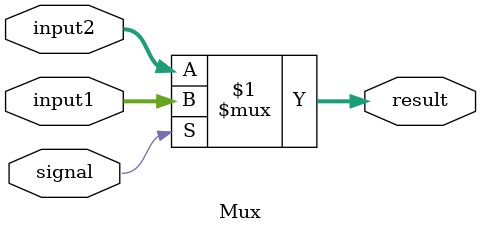
<source format=v>
`timescale 1ns / 1ps


module Mux(
    input [31:0] input1,
    input [31:0] input2,
    input signal,
    output [31:0] result
    );
    assign result=signal ? input1: input2;
endmodule

</source>
